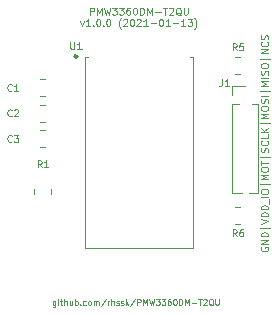
<source format=gbr>
G04 #@! TF.GenerationSoftware,KiCad,Pcbnew,(5.99.0-8366-gd64f1b3b25)*
G04 #@! TF.CreationDate,2021-01-13T01:42:36+02:00*
G04 #@! TF.ProjectId,board,626f6172-642e-46b6-9963-61645f706362,1.0.0*
G04 #@! TF.SameCoordinates,Original*
G04 #@! TF.FileFunction,Legend,Top*
G04 #@! TF.FilePolarity,Positive*
%FSLAX46Y46*%
G04 Gerber Fmt 4.6, Leading zero omitted, Abs format (unit mm)*
G04 Created by KiCad (PCBNEW (5.99.0-8366-gd64f1b3b25)) date 2021-01-13 01:42:36*
%MOMM*%
%LPD*%
G01*
G04 APERTURE LIST*
%ADD10C,0.100000*%
%ADD11C,0.120000*%
%ADD12C,0.239605*%
G04 APERTURE END LIST*
D10*
X138130000Y-70268000D02*
X138101428Y-70325142D01*
X138101428Y-70410857D01*
X138130000Y-70496571D01*
X138187142Y-70553714D01*
X138244285Y-70582285D01*
X138358571Y-70610857D01*
X138444285Y-70610857D01*
X138558571Y-70582285D01*
X138615714Y-70553714D01*
X138672857Y-70496571D01*
X138701428Y-70410857D01*
X138701428Y-70353714D01*
X138672857Y-70268000D01*
X138644285Y-70239428D01*
X138444285Y-70239428D01*
X138444285Y-70353714D01*
X138701428Y-69982285D02*
X138101428Y-69982285D01*
X138701428Y-69639428D01*
X138101428Y-69639428D01*
X138701428Y-69353714D02*
X138101428Y-69353714D01*
X138101428Y-69210857D01*
X138130000Y-69125142D01*
X138187142Y-69068000D01*
X138244285Y-69039428D01*
X138358571Y-69010857D01*
X138444285Y-69010857D01*
X138558571Y-69039428D01*
X138615714Y-69068000D01*
X138672857Y-69125142D01*
X138701428Y-69210857D01*
X138701428Y-69353714D01*
X138901428Y-68610857D02*
X138044285Y-68610857D01*
X138101428Y-68268000D02*
X138701428Y-68068000D01*
X138101428Y-67868000D01*
X138701428Y-67668000D02*
X138101428Y-67668000D01*
X138101428Y-67525142D01*
X138130000Y-67439428D01*
X138187142Y-67382285D01*
X138244285Y-67353714D01*
X138358571Y-67325142D01*
X138444285Y-67325142D01*
X138558571Y-67353714D01*
X138615714Y-67382285D01*
X138672857Y-67439428D01*
X138701428Y-67525142D01*
X138701428Y-67668000D01*
X138701428Y-67068000D02*
X138101428Y-67068000D01*
X138101428Y-66925142D01*
X138130000Y-66839428D01*
X138187142Y-66782285D01*
X138244285Y-66753714D01*
X138358571Y-66725142D01*
X138444285Y-66725142D01*
X138558571Y-66753714D01*
X138615714Y-66782285D01*
X138672857Y-66839428D01*
X138701428Y-66925142D01*
X138701428Y-67068000D01*
X138758571Y-66610857D02*
X138758571Y-66153714D01*
X138701428Y-66010857D02*
X138101428Y-66010857D01*
X138101428Y-65610857D02*
X138101428Y-65496571D01*
X138130000Y-65439428D01*
X138187142Y-65382285D01*
X138301428Y-65353714D01*
X138501428Y-65353714D01*
X138615714Y-65382285D01*
X138672857Y-65439428D01*
X138701428Y-65496571D01*
X138701428Y-65610857D01*
X138672857Y-65668000D01*
X138615714Y-65725142D01*
X138501428Y-65753714D01*
X138301428Y-65753714D01*
X138187142Y-65725142D01*
X138130000Y-65668000D01*
X138101428Y-65610857D01*
X138901428Y-64953714D02*
X138044285Y-64953714D01*
X138701428Y-64525142D02*
X138101428Y-64525142D01*
X138530000Y-64325142D01*
X138101428Y-64125142D01*
X138701428Y-64125142D01*
X138101428Y-63725142D02*
X138101428Y-63610857D01*
X138130000Y-63553714D01*
X138187142Y-63496571D01*
X138301428Y-63468000D01*
X138501428Y-63468000D01*
X138615714Y-63496571D01*
X138672857Y-63553714D01*
X138701428Y-63610857D01*
X138701428Y-63725142D01*
X138672857Y-63782285D01*
X138615714Y-63839428D01*
X138501428Y-63868000D01*
X138301428Y-63868000D01*
X138187142Y-63839428D01*
X138130000Y-63782285D01*
X138101428Y-63725142D01*
X138101428Y-63296571D02*
X138101428Y-62953714D01*
X138701428Y-63125142D02*
X138101428Y-63125142D01*
X138901428Y-62610857D02*
X138044285Y-62610857D01*
X138672857Y-62210857D02*
X138701428Y-62125142D01*
X138701428Y-61982285D01*
X138672857Y-61925142D01*
X138644285Y-61896571D01*
X138587142Y-61868000D01*
X138530000Y-61868000D01*
X138472857Y-61896571D01*
X138444285Y-61925142D01*
X138415714Y-61982285D01*
X138387142Y-62096571D01*
X138358571Y-62153714D01*
X138330000Y-62182285D01*
X138272857Y-62210857D01*
X138215714Y-62210857D01*
X138158571Y-62182285D01*
X138130000Y-62153714D01*
X138101428Y-62096571D01*
X138101428Y-61953714D01*
X138130000Y-61868000D01*
X138644285Y-61268000D02*
X138672857Y-61296571D01*
X138701428Y-61382285D01*
X138701428Y-61439428D01*
X138672857Y-61525142D01*
X138615714Y-61582285D01*
X138558571Y-61610857D01*
X138444285Y-61639428D01*
X138358571Y-61639428D01*
X138244285Y-61610857D01*
X138187142Y-61582285D01*
X138130000Y-61525142D01*
X138101428Y-61439428D01*
X138101428Y-61382285D01*
X138130000Y-61296571D01*
X138158571Y-61268000D01*
X138701428Y-60725142D02*
X138701428Y-61010857D01*
X138101428Y-61010857D01*
X138701428Y-60525142D02*
X138101428Y-60525142D01*
X138701428Y-60182285D02*
X138358571Y-60439428D01*
X138101428Y-60182285D02*
X138444285Y-60525142D01*
X138901428Y-59782285D02*
X138044285Y-59782285D01*
X138701428Y-59353714D02*
X138101428Y-59353714D01*
X138530000Y-59153714D01*
X138101428Y-58953714D01*
X138701428Y-58953714D01*
X138101428Y-58553714D02*
X138101428Y-58439428D01*
X138130000Y-58382285D01*
X138187142Y-58325142D01*
X138301428Y-58296571D01*
X138501428Y-58296571D01*
X138615714Y-58325142D01*
X138672857Y-58382285D01*
X138701428Y-58439428D01*
X138701428Y-58553714D01*
X138672857Y-58610857D01*
X138615714Y-58668000D01*
X138501428Y-58696571D01*
X138301428Y-58696571D01*
X138187142Y-58668000D01*
X138130000Y-58610857D01*
X138101428Y-58553714D01*
X138672857Y-58068000D02*
X138701428Y-57982285D01*
X138701428Y-57839428D01*
X138672857Y-57782285D01*
X138644285Y-57753714D01*
X138587142Y-57725142D01*
X138530000Y-57725142D01*
X138472857Y-57753714D01*
X138444285Y-57782285D01*
X138415714Y-57839428D01*
X138387142Y-57953714D01*
X138358571Y-58010857D01*
X138330000Y-58039428D01*
X138272857Y-58068000D01*
X138215714Y-58068000D01*
X138158571Y-58039428D01*
X138130000Y-58010857D01*
X138101428Y-57953714D01*
X138101428Y-57810857D01*
X138130000Y-57725142D01*
X138701428Y-57468000D02*
X138101428Y-57468000D01*
X138901428Y-57039428D02*
X138044285Y-57039428D01*
X138701428Y-56610857D02*
X138101428Y-56610857D01*
X138530000Y-56410857D01*
X138101428Y-56210857D01*
X138701428Y-56210857D01*
X138701428Y-55925142D02*
X138101428Y-55925142D01*
X138672857Y-55668000D02*
X138701428Y-55582285D01*
X138701428Y-55439428D01*
X138672857Y-55382285D01*
X138644285Y-55353714D01*
X138587142Y-55325142D01*
X138530000Y-55325142D01*
X138472857Y-55353714D01*
X138444285Y-55382285D01*
X138415714Y-55439428D01*
X138387142Y-55553714D01*
X138358571Y-55610857D01*
X138330000Y-55639428D01*
X138272857Y-55668000D01*
X138215714Y-55668000D01*
X138158571Y-55639428D01*
X138130000Y-55610857D01*
X138101428Y-55553714D01*
X138101428Y-55410857D01*
X138130000Y-55325142D01*
X138101428Y-54953714D02*
X138101428Y-54839428D01*
X138130000Y-54782285D01*
X138187142Y-54725142D01*
X138301428Y-54696571D01*
X138501428Y-54696571D01*
X138615714Y-54725142D01*
X138672857Y-54782285D01*
X138701428Y-54839428D01*
X138701428Y-54953714D01*
X138672857Y-55010857D01*
X138615714Y-55068000D01*
X138501428Y-55096571D01*
X138301428Y-55096571D01*
X138187142Y-55068000D01*
X138130000Y-55010857D01*
X138101428Y-54953714D01*
X138901428Y-54296571D02*
X138044285Y-54296571D01*
X138701428Y-53868000D02*
X138101428Y-53868000D01*
X138701428Y-53525142D01*
X138101428Y-53525142D01*
X138644285Y-52896571D02*
X138672857Y-52925142D01*
X138701428Y-53010857D01*
X138701428Y-53068000D01*
X138672857Y-53153714D01*
X138615714Y-53210857D01*
X138558571Y-53239428D01*
X138444285Y-53268000D01*
X138358571Y-53268000D01*
X138244285Y-53239428D01*
X138187142Y-53210857D01*
X138130000Y-53153714D01*
X138101428Y-53068000D01*
X138101428Y-53010857D01*
X138130000Y-52925142D01*
X138158571Y-52896571D01*
X138672857Y-52668000D02*
X138701428Y-52582285D01*
X138701428Y-52439428D01*
X138672857Y-52382285D01*
X138644285Y-52353714D01*
X138587142Y-52325142D01*
X138530000Y-52325142D01*
X138472857Y-52353714D01*
X138444285Y-52382285D01*
X138415714Y-52439428D01*
X138387142Y-52553714D01*
X138358571Y-52610857D01*
X138330000Y-52639428D01*
X138272857Y-52668000D01*
X138215714Y-52668000D01*
X138158571Y-52639428D01*
X138130000Y-52610857D01*
X138101428Y-52553714D01*
X138101428Y-52410857D01*
X138130000Y-52325142D01*
X123619142Y-50588428D02*
X123619142Y-49988428D01*
X123847714Y-49988428D01*
X123904857Y-50017000D01*
X123933428Y-50045571D01*
X123962000Y-50102714D01*
X123962000Y-50188428D01*
X123933428Y-50245571D01*
X123904857Y-50274142D01*
X123847714Y-50302714D01*
X123619142Y-50302714D01*
X124219142Y-50588428D02*
X124219142Y-49988428D01*
X124419142Y-50417000D01*
X124619142Y-49988428D01*
X124619142Y-50588428D01*
X124847714Y-49988428D02*
X124990571Y-50588428D01*
X125104857Y-50159857D01*
X125219142Y-50588428D01*
X125362000Y-49988428D01*
X125533428Y-49988428D02*
X125904857Y-49988428D01*
X125704857Y-50217000D01*
X125790571Y-50217000D01*
X125847714Y-50245571D01*
X125876285Y-50274142D01*
X125904857Y-50331285D01*
X125904857Y-50474142D01*
X125876285Y-50531285D01*
X125847714Y-50559857D01*
X125790571Y-50588428D01*
X125619142Y-50588428D01*
X125562000Y-50559857D01*
X125533428Y-50531285D01*
X126104857Y-49988428D02*
X126476285Y-49988428D01*
X126276285Y-50217000D01*
X126362000Y-50217000D01*
X126419142Y-50245571D01*
X126447714Y-50274142D01*
X126476285Y-50331285D01*
X126476285Y-50474142D01*
X126447714Y-50531285D01*
X126419142Y-50559857D01*
X126362000Y-50588428D01*
X126190571Y-50588428D01*
X126133428Y-50559857D01*
X126104857Y-50531285D01*
X126990571Y-49988428D02*
X126876285Y-49988428D01*
X126819142Y-50017000D01*
X126790571Y-50045571D01*
X126733428Y-50131285D01*
X126704857Y-50245571D01*
X126704857Y-50474142D01*
X126733428Y-50531285D01*
X126762000Y-50559857D01*
X126819142Y-50588428D01*
X126933428Y-50588428D01*
X126990571Y-50559857D01*
X127019142Y-50531285D01*
X127047714Y-50474142D01*
X127047714Y-50331285D01*
X127019142Y-50274142D01*
X126990571Y-50245571D01*
X126933428Y-50217000D01*
X126819142Y-50217000D01*
X126762000Y-50245571D01*
X126733428Y-50274142D01*
X126704857Y-50331285D01*
X127419142Y-49988428D02*
X127476285Y-49988428D01*
X127533428Y-50017000D01*
X127562000Y-50045571D01*
X127590571Y-50102714D01*
X127619142Y-50217000D01*
X127619142Y-50359857D01*
X127590571Y-50474142D01*
X127562000Y-50531285D01*
X127533428Y-50559857D01*
X127476285Y-50588428D01*
X127419142Y-50588428D01*
X127362000Y-50559857D01*
X127333428Y-50531285D01*
X127304857Y-50474142D01*
X127276285Y-50359857D01*
X127276285Y-50217000D01*
X127304857Y-50102714D01*
X127333428Y-50045571D01*
X127362000Y-50017000D01*
X127419142Y-49988428D01*
X127876285Y-50588428D02*
X127876285Y-49988428D01*
X128019142Y-49988428D01*
X128104857Y-50017000D01*
X128162000Y-50074142D01*
X128190571Y-50131285D01*
X128219142Y-50245571D01*
X128219142Y-50331285D01*
X128190571Y-50445571D01*
X128162000Y-50502714D01*
X128104857Y-50559857D01*
X128019142Y-50588428D01*
X127876285Y-50588428D01*
X128476285Y-50588428D02*
X128476285Y-49988428D01*
X128676285Y-50417000D01*
X128876285Y-49988428D01*
X128876285Y-50588428D01*
X129162000Y-50359857D02*
X129619142Y-50359857D01*
X129819142Y-49988428D02*
X130162000Y-49988428D01*
X129990571Y-50588428D02*
X129990571Y-49988428D01*
X130333428Y-50045571D02*
X130362000Y-50017000D01*
X130419142Y-49988428D01*
X130562000Y-49988428D01*
X130619142Y-50017000D01*
X130647714Y-50045571D01*
X130676285Y-50102714D01*
X130676285Y-50159857D01*
X130647714Y-50245571D01*
X130304857Y-50588428D01*
X130676285Y-50588428D01*
X131333428Y-50645571D02*
X131276285Y-50617000D01*
X131219142Y-50559857D01*
X131133428Y-50474142D01*
X131076285Y-50445571D01*
X131019142Y-50445571D01*
X131047714Y-50588428D02*
X130990571Y-50559857D01*
X130933428Y-50502714D01*
X130904857Y-50388428D01*
X130904857Y-50188428D01*
X130933428Y-50074142D01*
X130990571Y-50017000D01*
X131047714Y-49988428D01*
X131162000Y-49988428D01*
X131219142Y-50017000D01*
X131276285Y-50074142D01*
X131304857Y-50188428D01*
X131304857Y-50388428D01*
X131276285Y-50502714D01*
X131219142Y-50559857D01*
X131162000Y-50588428D01*
X131047714Y-50588428D01*
X131562000Y-49988428D02*
X131562000Y-50474142D01*
X131590571Y-50531285D01*
X131619142Y-50559857D01*
X131676285Y-50588428D01*
X131790571Y-50588428D01*
X131847714Y-50559857D01*
X131876285Y-50531285D01*
X131904857Y-50474142D01*
X131904857Y-49988428D01*
X122819142Y-51154428D02*
X122962000Y-51554428D01*
X123104857Y-51154428D01*
X123647714Y-51554428D02*
X123304857Y-51554428D01*
X123476285Y-51554428D02*
X123476285Y-50954428D01*
X123419142Y-51040142D01*
X123362000Y-51097285D01*
X123304857Y-51125857D01*
X123904857Y-51497285D02*
X123933428Y-51525857D01*
X123904857Y-51554428D01*
X123876285Y-51525857D01*
X123904857Y-51497285D01*
X123904857Y-51554428D01*
X124304857Y-50954428D02*
X124362000Y-50954428D01*
X124419142Y-50983000D01*
X124447714Y-51011571D01*
X124476285Y-51068714D01*
X124504857Y-51183000D01*
X124504857Y-51325857D01*
X124476285Y-51440142D01*
X124447714Y-51497285D01*
X124419142Y-51525857D01*
X124362000Y-51554428D01*
X124304857Y-51554428D01*
X124247714Y-51525857D01*
X124219142Y-51497285D01*
X124190571Y-51440142D01*
X124162000Y-51325857D01*
X124162000Y-51183000D01*
X124190571Y-51068714D01*
X124219142Y-51011571D01*
X124247714Y-50983000D01*
X124304857Y-50954428D01*
X124762000Y-51497285D02*
X124790571Y-51525857D01*
X124762000Y-51554428D01*
X124733428Y-51525857D01*
X124762000Y-51497285D01*
X124762000Y-51554428D01*
X125162000Y-50954428D02*
X125219142Y-50954428D01*
X125276285Y-50983000D01*
X125304857Y-51011571D01*
X125333428Y-51068714D01*
X125362000Y-51183000D01*
X125362000Y-51325857D01*
X125333428Y-51440142D01*
X125304857Y-51497285D01*
X125276285Y-51525857D01*
X125219142Y-51554428D01*
X125162000Y-51554428D01*
X125104857Y-51525857D01*
X125076285Y-51497285D01*
X125047714Y-51440142D01*
X125019142Y-51325857D01*
X125019142Y-51183000D01*
X125047714Y-51068714D01*
X125076285Y-51011571D01*
X125104857Y-50983000D01*
X125162000Y-50954428D01*
X126247714Y-51783000D02*
X126219142Y-51754428D01*
X126162000Y-51668714D01*
X126133428Y-51611571D01*
X126104857Y-51525857D01*
X126076285Y-51383000D01*
X126076285Y-51268714D01*
X126104857Y-51125857D01*
X126133428Y-51040142D01*
X126162000Y-50983000D01*
X126219142Y-50897285D01*
X126247714Y-50868714D01*
X126447714Y-51011571D02*
X126476285Y-50983000D01*
X126533428Y-50954428D01*
X126676285Y-50954428D01*
X126733428Y-50983000D01*
X126762000Y-51011571D01*
X126790571Y-51068714D01*
X126790571Y-51125857D01*
X126762000Y-51211571D01*
X126419142Y-51554428D01*
X126790571Y-51554428D01*
X127162000Y-50954428D02*
X127219142Y-50954428D01*
X127276285Y-50983000D01*
X127304857Y-51011571D01*
X127333428Y-51068714D01*
X127362000Y-51183000D01*
X127362000Y-51325857D01*
X127333428Y-51440142D01*
X127304857Y-51497285D01*
X127276285Y-51525857D01*
X127219142Y-51554428D01*
X127162000Y-51554428D01*
X127104857Y-51525857D01*
X127076285Y-51497285D01*
X127047714Y-51440142D01*
X127019142Y-51325857D01*
X127019142Y-51183000D01*
X127047714Y-51068714D01*
X127076285Y-51011571D01*
X127104857Y-50983000D01*
X127162000Y-50954428D01*
X127590571Y-51011571D02*
X127619142Y-50983000D01*
X127676285Y-50954428D01*
X127819142Y-50954428D01*
X127876285Y-50983000D01*
X127904857Y-51011571D01*
X127933428Y-51068714D01*
X127933428Y-51125857D01*
X127904857Y-51211571D01*
X127562000Y-51554428D01*
X127933428Y-51554428D01*
X128504857Y-51554428D02*
X128162000Y-51554428D01*
X128333428Y-51554428D02*
X128333428Y-50954428D01*
X128276285Y-51040142D01*
X128219142Y-51097285D01*
X128162000Y-51125857D01*
X128762000Y-51325857D02*
X129219142Y-51325857D01*
X129619142Y-50954428D02*
X129676285Y-50954428D01*
X129733428Y-50983000D01*
X129762000Y-51011571D01*
X129790571Y-51068714D01*
X129819142Y-51183000D01*
X129819142Y-51325857D01*
X129790571Y-51440142D01*
X129762000Y-51497285D01*
X129733428Y-51525857D01*
X129676285Y-51554428D01*
X129619142Y-51554428D01*
X129562000Y-51525857D01*
X129533428Y-51497285D01*
X129504857Y-51440142D01*
X129476285Y-51325857D01*
X129476285Y-51183000D01*
X129504857Y-51068714D01*
X129533428Y-51011571D01*
X129562000Y-50983000D01*
X129619142Y-50954428D01*
X130390571Y-51554428D02*
X130047714Y-51554428D01*
X130219142Y-51554428D02*
X130219142Y-50954428D01*
X130162000Y-51040142D01*
X130104857Y-51097285D01*
X130047714Y-51125857D01*
X130647714Y-51325857D02*
X131104857Y-51325857D01*
X131704857Y-51554428D02*
X131362000Y-51554428D01*
X131533428Y-51554428D02*
X131533428Y-50954428D01*
X131476285Y-51040142D01*
X131419142Y-51097285D01*
X131362000Y-51125857D01*
X131904857Y-50954428D02*
X132276285Y-50954428D01*
X132076285Y-51183000D01*
X132162000Y-51183000D01*
X132219142Y-51211571D01*
X132247714Y-51240142D01*
X132276285Y-51297285D01*
X132276285Y-51440142D01*
X132247714Y-51497285D01*
X132219142Y-51525857D01*
X132162000Y-51554428D01*
X131990571Y-51554428D01*
X131933428Y-51525857D01*
X131904857Y-51497285D01*
X132476285Y-51783000D02*
X132504857Y-51754428D01*
X132562000Y-51668714D01*
X132590571Y-51611571D01*
X132619142Y-51525857D01*
X132647714Y-51383000D01*
X132647714Y-51268714D01*
X132619142Y-51125857D01*
X132590571Y-51040142D01*
X132562000Y-50983000D01*
X132504857Y-50897285D01*
X132476285Y-50868714D01*
X120698476Y-74822857D02*
X120698476Y-75227619D01*
X120674666Y-75275238D01*
X120650857Y-75299047D01*
X120603238Y-75322857D01*
X120531809Y-75322857D01*
X120484190Y-75299047D01*
X120698476Y-75132380D02*
X120650857Y-75156190D01*
X120555619Y-75156190D01*
X120508000Y-75132380D01*
X120484190Y-75108571D01*
X120460380Y-75060952D01*
X120460380Y-74918095D01*
X120484190Y-74870476D01*
X120508000Y-74846666D01*
X120555619Y-74822857D01*
X120650857Y-74822857D01*
X120698476Y-74846666D01*
X120936571Y-75156190D02*
X120936571Y-74822857D01*
X120936571Y-74656190D02*
X120912761Y-74680000D01*
X120936571Y-74703809D01*
X120960380Y-74680000D01*
X120936571Y-74656190D01*
X120936571Y-74703809D01*
X121103238Y-74822857D02*
X121293714Y-74822857D01*
X121174666Y-74656190D02*
X121174666Y-75084761D01*
X121198476Y-75132380D01*
X121246095Y-75156190D01*
X121293714Y-75156190D01*
X121460380Y-75156190D02*
X121460380Y-74656190D01*
X121674666Y-75156190D02*
X121674666Y-74894285D01*
X121650857Y-74846666D01*
X121603238Y-74822857D01*
X121531809Y-74822857D01*
X121484190Y-74846666D01*
X121460380Y-74870476D01*
X122127047Y-74822857D02*
X122127047Y-75156190D01*
X121912761Y-74822857D02*
X121912761Y-75084761D01*
X121936571Y-75132380D01*
X121984190Y-75156190D01*
X122055619Y-75156190D01*
X122103238Y-75132380D01*
X122127047Y-75108571D01*
X122365142Y-75156190D02*
X122365142Y-74656190D01*
X122365142Y-74846666D02*
X122412761Y-74822857D01*
X122508000Y-74822857D01*
X122555619Y-74846666D01*
X122579428Y-74870476D01*
X122603238Y-74918095D01*
X122603238Y-75060952D01*
X122579428Y-75108571D01*
X122555619Y-75132380D01*
X122508000Y-75156190D01*
X122412761Y-75156190D01*
X122365142Y-75132380D01*
X122817523Y-75108571D02*
X122841333Y-75132380D01*
X122817523Y-75156190D01*
X122793714Y-75132380D01*
X122817523Y-75108571D01*
X122817523Y-75156190D01*
X123269904Y-75132380D02*
X123222285Y-75156190D01*
X123127047Y-75156190D01*
X123079428Y-75132380D01*
X123055619Y-75108571D01*
X123031809Y-75060952D01*
X123031809Y-74918095D01*
X123055619Y-74870476D01*
X123079428Y-74846666D01*
X123127047Y-74822857D01*
X123222285Y-74822857D01*
X123269904Y-74846666D01*
X123555619Y-75156190D02*
X123508000Y-75132380D01*
X123484190Y-75108571D01*
X123460380Y-75060952D01*
X123460380Y-74918095D01*
X123484190Y-74870476D01*
X123508000Y-74846666D01*
X123555619Y-74822857D01*
X123627047Y-74822857D01*
X123674666Y-74846666D01*
X123698476Y-74870476D01*
X123722285Y-74918095D01*
X123722285Y-75060952D01*
X123698476Y-75108571D01*
X123674666Y-75132380D01*
X123627047Y-75156190D01*
X123555619Y-75156190D01*
X123936571Y-75156190D02*
X123936571Y-74822857D01*
X123936571Y-74870476D02*
X123960380Y-74846666D01*
X124008000Y-74822857D01*
X124079428Y-74822857D01*
X124127047Y-74846666D01*
X124150857Y-74894285D01*
X124150857Y-75156190D01*
X124150857Y-74894285D02*
X124174666Y-74846666D01*
X124222285Y-74822857D01*
X124293714Y-74822857D01*
X124341333Y-74846666D01*
X124365142Y-74894285D01*
X124365142Y-75156190D01*
X124960380Y-74632380D02*
X124531809Y-75275238D01*
X125127047Y-75156190D02*
X125127047Y-74822857D01*
X125127047Y-74918095D02*
X125150857Y-74870476D01*
X125174666Y-74846666D01*
X125222285Y-74822857D01*
X125269904Y-74822857D01*
X125436571Y-75156190D02*
X125436571Y-74656190D01*
X125650857Y-75156190D02*
X125650857Y-74894285D01*
X125627047Y-74846666D01*
X125579428Y-74822857D01*
X125508000Y-74822857D01*
X125460380Y-74846666D01*
X125436571Y-74870476D01*
X125865142Y-75132380D02*
X125912761Y-75156190D01*
X126008000Y-75156190D01*
X126055619Y-75132380D01*
X126079428Y-75084761D01*
X126079428Y-75060952D01*
X126055619Y-75013333D01*
X126008000Y-74989523D01*
X125936571Y-74989523D01*
X125888952Y-74965714D01*
X125865142Y-74918095D01*
X125865142Y-74894285D01*
X125888952Y-74846666D01*
X125936571Y-74822857D01*
X126008000Y-74822857D01*
X126055619Y-74846666D01*
X126269904Y-75132380D02*
X126317523Y-75156190D01*
X126412761Y-75156190D01*
X126460380Y-75132380D01*
X126484190Y-75084761D01*
X126484190Y-75060952D01*
X126460380Y-75013333D01*
X126412761Y-74989523D01*
X126341333Y-74989523D01*
X126293714Y-74965714D01*
X126269904Y-74918095D01*
X126269904Y-74894285D01*
X126293714Y-74846666D01*
X126341333Y-74822857D01*
X126412761Y-74822857D01*
X126460380Y-74846666D01*
X126698476Y-75156190D02*
X126698476Y-74656190D01*
X126746095Y-74965714D02*
X126888952Y-75156190D01*
X126888952Y-74822857D02*
X126698476Y-75013333D01*
X127460380Y-74632380D02*
X127031809Y-75275238D01*
X127627047Y-75156190D02*
X127627047Y-74656190D01*
X127817523Y-74656190D01*
X127865142Y-74680000D01*
X127888952Y-74703809D01*
X127912761Y-74751428D01*
X127912761Y-74822857D01*
X127888952Y-74870476D01*
X127865142Y-74894285D01*
X127817523Y-74918095D01*
X127627047Y-74918095D01*
X128127047Y-75156190D02*
X128127047Y-74656190D01*
X128293714Y-75013333D01*
X128460380Y-74656190D01*
X128460380Y-75156190D01*
X128650857Y-74656190D02*
X128769904Y-75156190D01*
X128865142Y-74799047D01*
X128960380Y-75156190D01*
X129079428Y-74656190D01*
X129222285Y-74656190D02*
X129531809Y-74656190D01*
X129365142Y-74846666D01*
X129436571Y-74846666D01*
X129484190Y-74870476D01*
X129508000Y-74894285D01*
X129531809Y-74941904D01*
X129531809Y-75060952D01*
X129508000Y-75108571D01*
X129484190Y-75132380D01*
X129436571Y-75156190D01*
X129293714Y-75156190D01*
X129246095Y-75132380D01*
X129222285Y-75108571D01*
X129698476Y-74656190D02*
X130008000Y-74656190D01*
X129841333Y-74846666D01*
X129912761Y-74846666D01*
X129960380Y-74870476D01*
X129984190Y-74894285D01*
X130008000Y-74941904D01*
X130008000Y-75060952D01*
X129984190Y-75108571D01*
X129960380Y-75132380D01*
X129912761Y-75156190D01*
X129769904Y-75156190D01*
X129722285Y-75132380D01*
X129698476Y-75108571D01*
X130436571Y-74656190D02*
X130341333Y-74656190D01*
X130293714Y-74680000D01*
X130269904Y-74703809D01*
X130222285Y-74775238D01*
X130198476Y-74870476D01*
X130198476Y-75060952D01*
X130222285Y-75108571D01*
X130246095Y-75132380D01*
X130293714Y-75156190D01*
X130388952Y-75156190D01*
X130436571Y-75132380D01*
X130460380Y-75108571D01*
X130484190Y-75060952D01*
X130484190Y-74941904D01*
X130460380Y-74894285D01*
X130436571Y-74870476D01*
X130388952Y-74846666D01*
X130293714Y-74846666D01*
X130246095Y-74870476D01*
X130222285Y-74894285D01*
X130198476Y-74941904D01*
X130793714Y-74656190D02*
X130841333Y-74656190D01*
X130888952Y-74680000D01*
X130912761Y-74703809D01*
X130936571Y-74751428D01*
X130960380Y-74846666D01*
X130960380Y-74965714D01*
X130936571Y-75060952D01*
X130912761Y-75108571D01*
X130888952Y-75132380D01*
X130841333Y-75156190D01*
X130793714Y-75156190D01*
X130746095Y-75132380D01*
X130722285Y-75108571D01*
X130698476Y-75060952D01*
X130674666Y-74965714D01*
X130674666Y-74846666D01*
X130698476Y-74751428D01*
X130722285Y-74703809D01*
X130746095Y-74680000D01*
X130793714Y-74656190D01*
X131174666Y-75156190D02*
X131174666Y-74656190D01*
X131293714Y-74656190D01*
X131365142Y-74680000D01*
X131412761Y-74727619D01*
X131436571Y-74775238D01*
X131460380Y-74870476D01*
X131460380Y-74941904D01*
X131436571Y-75037142D01*
X131412761Y-75084761D01*
X131365142Y-75132380D01*
X131293714Y-75156190D01*
X131174666Y-75156190D01*
X131674666Y-75156190D02*
X131674666Y-74656190D01*
X131841333Y-75013333D01*
X132007999Y-74656190D01*
X132007999Y-75156190D01*
X132246095Y-74965714D02*
X132627047Y-74965714D01*
X132793714Y-74656190D02*
X133079428Y-74656190D01*
X132936571Y-75156190D02*
X132936571Y-74656190D01*
X133222285Y-74703809D02*
X133246095Y-74680000D01*
X133293714Y-74656190D01*
X133412761Y-74656190D01*
X133460380Y-74680000D01*
X133484190Y-74703809D01*
X133507999Y-74751428D01*
X133507999Y-74799047D01*
X133484190Y-74870476D01*
X133198476Y-75156190D01*
X133507999Y-75156190D01*
X134055619Y-75203809D02*
X134007999Y-75180000D01*
X133960380Y-75132380D01*
X133888952Y-75060952D01*
X133841333Y-75037142D01*
X133793714Y-75037142D01*
X133817523Y-75156190D02*
X133769904Y-75132380D01*
X133722285Y-75084761D01*
X133698476Y-74989523D01*
X133698476Y-74822857D01*
X133722285Y-74727619D01*
X133769904Y-74680000D01*
X133817523Y-74656190D01*
X133912761Y-74656190D01*
X133960380Y-74680000D01*
X134007999Y-74727619D01*
X134031809Y-74822857D01*
X134031809Y-74989523D01*
X134007999Y-75084761D01*
X133960380Y-75132380D01*
X133912761Y-75156190D01*
X133817523Y-75156190D01*
X134246095Y-74656190D02*
X134246095Y-75060952D01*
X134269904Y-75108571D01*
X134293714Y-75132380D01*
X134341333Y-75156190D01*
X134436571Y-75156190D01*
X134484190Y-75132380D01*
X134508000Y-75108571D01*
X134531809Y-75060952D01*
X134531809Y-74656190D01*
X136044000Y-53611428D02*
X135844000Y-53325714D01*
X135701142Y-53611428D02*
X135701142Y-53011428D01*
X135929714Y-53011428D01*
X135986857Y-53040000D01*
X136015428Y-53068571D01*
X136044000Y-53125714D01*
X136044000Y-53211428D01*
X136015428Y-53268571D01*
X135986857Y-53297142D01*
X135929714Y-53325714D01*
X135701142Y-53325714D01*
X136586857Y-53011428D02*
X136301142Y-53011428D01*
X136272571Y-53297142D01*
X136301142Y-53268571D01*
X136358285Y-53240000D01*
X136501142Y-53240000D01*
X136558285Y-53268571D01*
X136586857Y-53297142D01*
X136615428Y-53354285D01*
X136615428Y-53497142D01*
X136586857Y-53554285D01*
X136558285Y-53582857D01*
X136501142Y-53611428D01*
X136358285Y-53611428D01*
X136301142Y-53582857D01*
X136272571Y-53554285D01*
X116994000Y-61301285D02*
X116965428Y-61329857D01*
X116879714Y-61358428D01*
X116822571Y-61358428D01*
X116736857Y-61329857D01*
X116679714Y-61272714D01*
X116651142Y-61215571D01*
X116622571Y-61101285D01*
X116622571Y-61015571D01*
X116651142Y-60901285D01*
X116679714Y-60844142D01*
X116736857Y-60787000D01*
X116822571Y-60758428D01*
X116879714Y-60758428D01*
X116965428Y-60787000D01*
X116994000Y-60815571D01*
X117194000Y-60758428D02*
X117565428Y-60758428D01*
X117365428Y-60987000D01*
X117451142Y-60987000D01*
X117508285Y-61015571D01*
X117536857Y-61044142D01*
X117565428Y-61101285D01*
X117565428Y-61244142D01*
X117536857Y-61301285D01*
X117508285Y-61329857D01*
X117451142Y-61358428D01*
X117279714Y-61358428D01*
X117222571Y-61329857D01*
X117194000Y-61301285D01*
X116994000Y-59142285D02*
X116965428Y-59170857D01*
X116879714Y-59199428D01*
X116822571Y-59199428D01*
X116736857Y-59170857D01*
X116679714Y-59113714D01*
X116651142Y-59056571D01*
X116622571Y-58942285D01*
X116622571Y-58856571D01*
X116651142Y-58742285D01*
X116679714Y-58685142D01*
X116736857Y-58628000D01*
X116822571Y-58599428D01*
X116879714Y-58599428D01*
X116965428Y-58628000D01*
X116994000Y-58656571D01*
X117222571Y-58656571D02*
X117251142Y-58628000D01*
X117308285Y-58599428D01*
X117451142Y-58599428D01*
X117508285Y-58628000D01*
X117536857Y-58656571D01*
X117565428Y-58713714D01*
X117565428Y-58770857D01*
X117536857Y-58856571D01*
X117194000Y-59199428D01*
X117565428Y-59199428D01*
X119534000Y-63517428D02*
X119334000Y-63231714D01*
X119191142Y-63517428D02*
X119191142Y-62917428D01*
X119419714Y-62917428D01*
X119476857Y-62946000D01*
X119505428Y-62974571D01*
X119534000Y-63031714D01*
X119534000Y-63117428D01*
X119505428Y-63174571D01*
X119476857Y-63203142D01*
X119419714Y-63231714D01*
X119191142Y-63231714D01*
X120105428Y-63517428D02*
X119762571Y-63517428D01*
X119934000Y-63517428D02*
X119934000Y-62917428D01*
X119876857Y-63003142D01*
X119819714Y-63060285D01*
X119762571Y-63088857D01*
X116994000Y-56983285D02*
X116965428Y-57011857D01*
X116879714Y-57040428D01*
X116822571Y-57040428D01*
X116736857Y-57011857D01*
X116679714Y-56954714D01*
X116651142Y-56897571D01*
X116622571Y-56783285D01*
X116622571Y-56697571D01*
X116651142Y-56583285D01*
X116679714Y-56526142D01*
X116736857Y-56469000D01*
X116822571Y-56440428D01*
X116879714Y-56440428D01*
X116965428Y-56469000D01*
X116994000Y-56497571D01*
X117565428Y-57040428D02*
X117222571Y-57040428D01*
X117394000Y-57040428D02*
X117394000Y-56440428D01*
X117336857Y-56526142D01*
X117279714Y-56583285D01*
X117222571Y-56611857D01*
X136044000Y-69359428D02*
X135844000Y-69073714D01*
X135701142Y-69359428D02*
X135701142Y-68759428D01*
X135929714Y-68759428D01*
X135986857Y-68788000D01*
X136015428Y-68816571D01*
X136044000Y-68873714D01*
X136044000Y-68959428D01*
X136015428Y-69016571D01*
X135986857Y-69045142D01*
X135929714Y-69073714D01*
X135701142Y-69073714D01*
X136558285Y-68759428D02*
X136444000Y-68759428D01*
X136386857Y-68788000D01*
X136358285Y-68816571D01*
X136301142Y-68902285D01*
X136272571Y-69016571D01*
X136272571Y-69245142D01*
X136301142Y-69302285D01*
X136329714Y-69330857D01*
X136386857Y-69359428D01*
X136501142Y-69359428D01*
X136558285Y-69330857D01*
X136586857Y-69302285D01*
X136615428Y-69245142D01*
X136615428Y-69102285D01*
X136586857Y-69045142D01*
X136558285Y-69016571D01*
X136501142Y-68988000D01*
X136386857Y-68988000D01*
X136329714Y-69016571D01*
X136301142Y-69045142D01*
X136272571Y-69102285D01*
X134801000Y-56059428D02*
X134801000Y-56488000D01*
X134772428Y-56573714D01*
X134715285Y-56630857D01*
X134629571Y-56659428D01*
X134572428Y-56659428D01*
X135401000Y-56659428D02*
X135058142Y-56659428D01*
X135229571Y-56659428D02*
X135229571Y-56059428D01*
X135172428Y-56145142D01*
X135115285Y-56202285D01*
X135058142Y-56230857D01*
X121970857Y-52884428D02*
X121970857Y-53370142D01*
X121999428Y-53427285D01*
X122028000Y-53455857D01*
X122085142Y-53484428D01*
X122199428Y-53484428D01*
X122256571Y-53455857D01*
X122285142Y-53427285D01*
X122313714Y-53370142D01*
X122313714Y-52884428D01*
X122913714Y-53484428D02*
X122570857Y-53484428D01*
X122742285Y-53484428D02*
X122742285Y-52884428D01*
X122685142Y-52970142D01*
X122628000Y-53027285D01*
X122570857Y-53055857D01*
D11*
X135936017Y-54154000D02*
X136351983Y-54154000D01*
X135936017Y-55574000D02*
X136351983Y-55574000D01*
X119841983Y-60377000D02*
X119426017Y-60377000D01*
X119841983Y-61797000D02*
X119426017Y-61797000D01*
X119841983Y-59638000D02*
X119426017Y-59638000D01*
X119841983Y-58218000D02*
X119426017Y-58218000D01*
X118924000Y-65324017D02*
X118924000Y-65739983D01*
X120344000Y-65324017D02*
X120344000Y-65739983D01*
X119426017Y-56059000D02*
X119841983Y-56059000D01*
X119426017Y-57479000D02*
X119841983Y-57479000D01*
X135936017Y-66854000D02*
X136351983Y-66854000D01*
X135936017Y-68274000D02*
X136351983Y-68274000D01*
X137889000Y-58164000D02*
X137889000Y-65719000D01*
X135669000Y-57404000D02*
X135669000Y-56644000D01*
X137342471Y-58164000D02*
X137889000Y-58164000D01*
X137086530Y-65719000D02*
X137889000Y-65719000D01*
X135669000Y-58164000D02*
X136215529Y-58164000D01*
X135669000Y-65719000D02*
X136471470Y-65719000D01*
X135669000Y-58164000D02*
X135669000Y-65719000D01*
X135669000Y-56644000D02*
X136779000Y-56644000D01*
D10*
X132312000Y-70361000D02*
X123212000Y-70361000D01*
X123212000Y-54161000D02*
X123444000Y-54161000D01*
X132080000Y-54161000D02*
X132312000Y-54161000D01*
X123212000Y-70361000D02*
X123212000Y-54161000D01*
X132312000Y-54161000D02*
X132312000Y-70361000D01*
D12*
X122547802Y-54102000D02*
G75*
G03*
X122547802Y-54102000I-119802J0D01*
G01*
M02*

</source>
